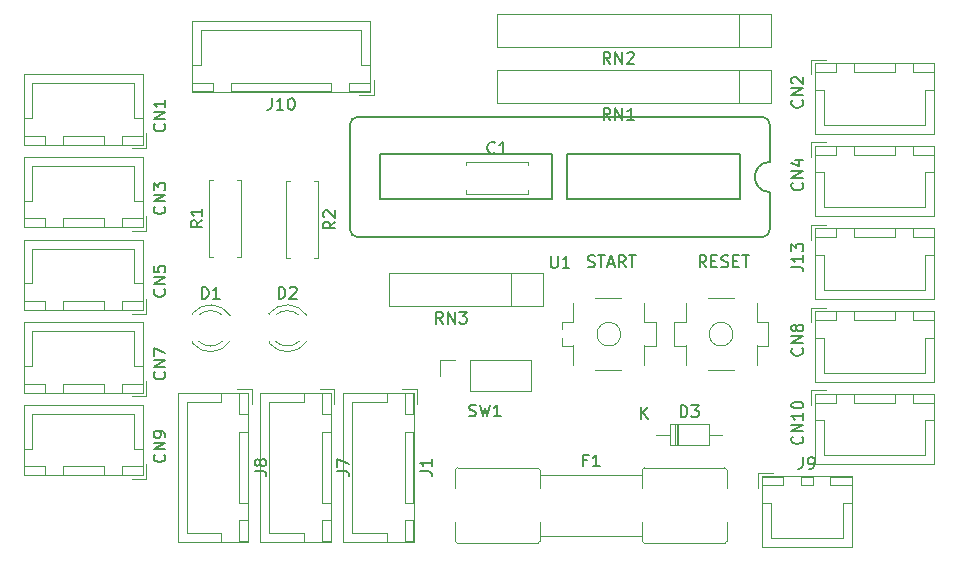
<source format=gto>
G04 #@! TF.GenerationSoftware,KiCad,Pcbnew,(5.1.8)-1*
G04 #@! TF.CreationDate,2021-05-15T21:03:04+09:00*
G04 #@! TF.ProjectId,TJ3B,544a3342-2e6b-4696-9361-645f70636258,rev?*
G04 #@! TF.SameCoordinates,PX68e7780PY660b0c0*
G04 #@! TF.FileFunction,Legend,Top*
G04 #@! TF.FilePolarity,Positive*
%FSLAX46Y46*%
G04 Gerber Fmt 4.6, Leading zero omitted, Abs format (unit mm)*
G04 Created by KiCad (PCBNEW (5.1.8)-1) date 2021-05-15 21:03:04*
%MOMM*%
%LPD*%
G01*
G04 APERTURE LIST*
%ADD10C,0.120000*%
%ADD11C,0.050000*%
%ADD12C,0.150000*%
%ADD13C,2.000000*%
%ADD14C,2.200000*%
%ADD15O,1.900000X1.900000*%
%ADD16O,2.350000X2.100000*%
%ADD17O,2.100000X2.400000*%
%ADD18O,2.100000X2.350000*%
%ADD19O,2.000000X2.000000*%
%ADD20O,2.100000X2.100000*%
%ADD21C,1.924000*%
%ADD22C,1.900000*%
%ADD23C,2.400000*%
G04 APERTURE END LIST*
D10*
X43620000Y30695000D02*
X43620000Y30380000D01*
X43620000Y33120000D02*
X43620000Y32805000D01*
X38380000Y30695000D02*
X38380000Y30380000D01*
X38380000Y33120000D02*
X38380000Y32805000D01*
X38380000Y30380000D02*
X43620000Y30380000D01*
X38380000Y33120000D02*
X43620000Y33120000D01*
X15210000Y17920000D02*
X15210000Y17764000D01*
X15210000Y20236000D02*
X15210000Y20080000D01*
X18442335Y20078608D02*
G75*
G03*
X15210000Y20235516I-1672335J-1078608D01*
G01*
X18442335Y17921392D02*
G75*
G02*
X15210000Y17764484I-1672335J1078608D01*
G01*
X17811130Y20079837D02*
G75*
G03*
X15729039Y20080000I-1041130J-1079837D01*
G01*
X17811130Y17920163D02*
G75*
G02*
X15729039Y17920000I-1041130J1079837D01*
G01*
X21710000Y20236000D02*
X21710000Y20080000D01*
X21710000Y17920000D02*
X21710000Y17764000D01*
X24311130Y17920163D02*
G75*
G02*
X22229039Y17920000I-1041130J1079837D01*
G01*
X24311130Y20079837D02*
G75*
G03*
X22229039Y20080000I-1041130J-1079837D01*
G01*
X24942335Y17921392D02*
G75*
G02*
X21710000Y17764484I-1672335J1078608D01*
G01*
X24942335Y20078608D02*
G75*
G03*
X21710000Y20235516I-1672335J-1078608D01*
G01*
X56126000Y10920000D02*
X56126000Y9080000D01*
X56366000Y10920000D02*
X56366000Y9080000D01*
X56246000Y10920000D02*
X56246000Y9080000D01*
X60130000Y10000000D02*
X58950000Y10000000D01*
X54490000Y10000000D02*
X55670000Y10000000D01*
X58950000Y10920000D02*
X55670000Y10920000D01*
X58950000Y9080000D02*
X58950000Y10920000D01*
X55670000Y9080000D02*
X58950000Y9080000D01*
X55670000Y10920000D02*
X55670000Y9080000D01*
D11*
X44700000Y1400000D02*
X53300000Y1400000D01*
X44700000Y6600000D02*
X53300000Y6600000D01*
X53500000Y800000D02*
X60300000Y800000D01*
X53300000Y2800000D02*
X53300000Y1000000D01*
X60500000Y2800000D02*
X60500000Y1000000D01*
X53500000Y7200000D02*
X60300000Y7200000D01*
X53300000Y5200000D02*
X53300000Y7000000D01*
X60500000Y5200000D02*
X60500000Y7000000D01*
X37700000Y800000D02*
X44500000Y800000D01*
X37700000Y7200000D02*
X44500000Y7200000D01*
X37500000Y2800000D02*
X37500000Y1000000D01*
X37500000Y5200000D02*
X37500000Y7000000D01*
X44700000Y2800000D02*
X44700000Y1000000D01*
X44700000Y5200000D02*
X44700000Y7000000D01*
X44500000Y7200000D02*
G75*
G02*
X44700000Y7000000I0J-200000D01*
G01*
X44700000Y1000000D02*
G75*
G02*
X44500000Y800000I-200000J0D01*
G01*
X37700000Y800000D02*
G75*
G02*
X37500000Y1000000I0J200000D01*
G01*
X37500000Y7000000D02*
G75*
G02*
X37700000Y7200000I200000J0D01*
G01*
X60300000Y7200000D02*
G75*
G02*
X60500000Y7000000I0J-200000D01*
G01*
X53300000Y7000000D02*
G75*
G02*
X53500000Y7200000I200000J0D01*
G01*
X60500000Y1000000D02*
G75*
G02*
X60300000Y800000I-200000J0D01*
G01*
X53500000Y800000D02*
G75*
G02*
X53300000Y1000000I0J200000D01*
G01*
D10*
X33960000Y13560000D02*
X27990000Y13560000D01*
X27990000Y13560000D02*
X27990000Y940000D01*
X27990000Y940000D02*
X33960000Y940000D01*
X33960000Y940000D02*
X33960000Y13560000D01*
X33950000Y10250000D02*
X33200000Y10250000D01*
X33200000Y10250000D02*
X33200000Y4250000D01*
X33200000Y4250000D02*
X33950000Y4250000D01*
X33950000Y4250000D02*
X33950000Y10250000D01*
X33950000Y13550000D02*
X33200000Y13550000D01*
X33200000Y13550000D02*
X33200000Y11750000D01*
X33200000Y11750000D02*
X33950000Y11750000D01*
X33950000Y11750000D02*
X33950000Y13550000D01*
X33950000Y2750000D02*
X33200000Y2750000D01*
X33200000Y2750000D02*
X33200000Y950000D01*
X33200000Y950000D02*
X33950000Y950000D01*
X33950000Y950000D02*
X33950000Y2750000D01*
X31700000Y13550000D02*
X31700000Y12800000D01*
X31700000Y12800000D02*
X28750000Y12800000D01*
X28750000Y12800000D02*
X28750000Y7250000D01*
X31700000Y950000D02*
X31700000Y1700000D01*
X31700000Y1700000D02*
X28750000Y1700000D01*
X28750000Y1700000D02*
X28750000Y7250000D01*
X34250000Y12600000D02*
X34250000Y13850000D01*
X34250000Y13850000D02*
X33000000Y13850000D01*
X27250000Y13850000D02*
X26000000Y13850000D01*
X27250000Y12600000D02*
X27250000Y13850000D01*
X21750000Y1700000D02*
X21750000Y7250000D01*
X24700000Y1700000D02*
X21750000Y1700000D01*
X24700000Y950000D02*
X24700000Y1700000D01*
X21750000Y12800000D02*
X21750000Y7250000D01*
X24700000Y12800000D02*
X21750000Y12800000D01*
X24700000Y13550000D02*
X24700000Y12800000D01*
X26950000Y950000D02*
X26950000Y2750000D01*
X26200000Y950000D02*
X26950000Y950000D01*
X26200000Y2750000D02*
X26200000Y950000D01*
X26950000Y2750000D02*
X26200000Y2750000D01*
X26950000Y11750000D02*
X26950000Y13550000D01*
X26200000Y11750000D02*
X26950000Y11750000D01*
X26200000Y13550000D02*
X26200000Y11750000D01*
X26950000Y13550000D02*
X26200000Y13550000D01*
X26950000Y4250000D02*
X26950000Y10250000D01*
X26200000Y4250000D02*
X26950000Y4250000D01*
X26200000Y10250000D02*
X26200000Y4250000D01*
X26950000Y10250000D02*
X26200000Y10250000D01*
X26960000Y940000D02*
X26960000Y13560000D01*
X20990000Y940000D02*
X26960000Y940000D01*
X20990000Y13560000D02*
X20990000Y940000D01*
X26960000Y13560000D02*
X20990000Y13560000D01*
X20250000Y13850000D02*
X19000000Y13850000D01*
X20250000Y12600000D02*
X20250000Y13850000D01*
X14750000Y1700000D02*
X14750000Y7250000D01*
X17700000Y1700000D02*
X14750000Y1700000D01*
X17700000Y950000D02*
X17700000Y1700000D01*
X14750000Y12800000D02*
X14750000Y7250000D01*
X17700000Y12800000D02*
X14750000Y12800000D01*
X17700000Y13550000D02*
X17700000Y12800000D01*
X19950000Y950000D02*
X19950000Y2750000D01*
X19200000Y950000D02*
X19950000Y950000D01*
X19200000Y2750000D02*
X19200000Y950000D01*
X19950000Y2750000D02*
X19200000Y2750000D01*
X19950000Y11750000D02*
X19950000Y13550000D01*
X19200000Y11750000D02*
X19950000Y11750000D01*
X19200000Y13550000D02*
X19200000Y11750000D01*
X19950000Y13550000D02*
X19200000Y13550000D01*
X19950000Y4250000D02*
X19950000Y10250000D01*
X19200000Y4250000D02*
X19950000Y4250000D01*
X19200000Y10250000D02*
X19200000Y4250000D01*
X19950000Y10250000D02*
X19200000Y10250000D01*
X19960000Y940000D02*
X19960000Y13560000D01*
X13990000Y940000D02*
X19960000Y940000D01*
X13990000Y13560000D02*
X13990000Y940000D01*
X19960000Y13560000D02*
X13990000Y13560000D01*
X63150000Y6750000D02*
X63150000Y5500000D01*
X64400000Y6750000D02*
X63150000Y6750000D01*
X70300000Y1250000D02*
X67250000Y1250000D01*
X70300000Y4200000D02*
X70300000Y1250000D01*
X71050000Y4200000D02*
X70300000Y4200000D01*
X64200000Y1250000D02*
X67250000Y1250000D01*
X64200000Y4200000D02*
X64200000Y1250000D01*
X63450000Y4200000D02*
X64200000Y4200000D01*
X71050000Y6450000D02*
X69250000Y6450000D01*
X71050000Y5700000D02*
X71050000Y6450000D01*
X69250000Y5700000D02*
X71050000Y5700000D01*
X69250000Y6450000D02*
X69250000Y5700000D01*
X65250000Y6450000D02*
X63450000Y6450000D01*
X65250000Y5700000D02*
X65250000Y6450000D01*
X63450000Y5700000D02*
X65250000Y5700000D01*
X63450000Y6450000D02*
X63450000Y5700000D01*
X67750000Y6450000D02*
X66750000Y6450000D01*
X67750000Y5700000D02*
X67750000Y6450000D01*
X66750000Y5700000D02*
X67750000Y5700000D01*
X66750000Y6450000D02*
X66750000Y5700000D01*
X71060000Y6460000D02*
X63440000Y6460000D01*
X71060000Y490000D02*
X71060000Y6460000D01*
X63440000Y490000D02*
X71060000Y490000D01*
X63440000Y6460000D02*
X63440000Y490000D01*
X30600000Y38750000D02*
X30600000Y40000000D01*
X29350000Y38750000D02*
X30600000Y38750000D01*
X15950000Y44250000D02*
X22750000Y44250000D01*
X15950000Y41300000D02*
X15950000Y44250000D01*
X15200000Y41300000D02*
X15950000Y41300000D01*
X29550000Y44250000D02*
X22750000Y44250000D01*
X29550000Y41300000D02*
X29550000Y44250000D01*
X30300000Y41300000D02*
X29550000Y41300000D01*
X15200000Y39050000D02*
X17000000Y39050000D01*
X15200000Y39800000D02*
X15200000Y39050000D01*
X17000000Y39800000D02*
X15200000Y39800000D01*
X17000000Y39050000D02*
X17000000Y39800000D01*
X28500000Y39050000D02*
X30300000Y39050000D01*
X28500000Y39800000D02*
X28500000Y39050000D01*
X30300000Y39800000D02*
X28500000Y39800000D01*
X30300000Y39050000D02*
X30300000Y39800000D01*
X18500000Y39050000D02*
X27000000Y39050000D01*
X18500000Y39800000D02*
X18500000Y39050000D01*
X27000000Y39800000D02*
X18500000Y39800000D01*
X27000000Y39050000D02*
X27000000Y39800000D01*
X15190000Y39040000D02*
X30310000Y39040000D01*
X15190000Y45010000D02*
X15190000Y39040000D01*
X30310000Y45010000D02*
X15190000Y45010000D01*
X30310000Y39040000D02*
X30310000Y45010000D01*
X19370000Y31580000D02*
X19040000Y31580000D01*
X19370000Y25040000D02*
X19370000Y31580000D01*
X19040000Y25040000D02*
X19370000Y25040000D01*
X16630000Y31580000D02*
X16960000Y31580000D01*
X16630000Y25040000D02*
X16630000Y31580000D01*
X16960000Y25040000D02*
X16630000Y25040000D01*
X25540000Y31460000D02*
X25870000Y31460000D01*
X25870000Y31460000D02*
X25870000Y24920000D01*
X25870000Y24920000D02*
X25540000Y24920000D01*
X23460000Y31460000D02*
X23130000Y31460000D01*
X23130000Y31460000D02*
X23130000Y24920000D01*
X23130000Y24920000D02*
X23460000Y24920000D01*
X61480000Y38100000D02*
X61480000Y40900000D01*
X40990000Y38100000D02*
X64190000Y38100000D01*
X40990000Y40900000D02*
X40990000Y38100000D01*
X64190000Y40900000D02*
X40990000Y40900000D01*
X64190000Y38100000D02*
X64190000Y40900000D01*
X64190000Y42850000D02*
X64190000Y45650000D01*
X64190000Y45650000D02*
X40990000Y45650000D01*
X40990000Y45650000D02*
X40990000Y42850000D01*
X40990000Y42850000D02*
X64190000Y42850000D01*
X61480000Y42850000D02*
X61480000Y45650000D01*
X44940000Y20850000D02*
X44940000Y23650000D01*
X44940000Y23650000D02*
X31900000Y23650000D01*
X31900000Y23650000D02*
X31900000Y20850000D01*
X31900000Y20850000D02*
X44940000Y20850000D01*
X42230000Y20850000D02*
X42230000Y23650000D01*
X36170000Y15000000D02*
X36170000Y16330000D01*
X36170000Y16330000D02*
X37500000Y16330000D01*
X38770000Y16330000D02*
X43910000Y16330000D01*
X43910000Y13670000D02*
X43910000Y16330000D01*
X38770000Y13670000D02*
X43910000Y13670000D01*
X38770000Y13670000D02*
X38770000Y16330000D01*
D12*
X45715000Y33715000D02*
X45715000Y29905000D01*
X31110000Y33715000D02*
X45715000Y33715000D01*
X31110000Y29905000D02*
X31110000Y33715000D01*
X45715000Y29905000D02*
X31110000Y29905000D01*
X61590000Y33715000D02*
X61590000Y29905000D01*
X46985000Y33715000D02*
X61590000Y33715000D01*
X46985000Y29905000D02*
X46985000Y33715000D01*
X61590000Y29905000D02*
X46985000Y29905000D01*
X29205000Y26730000D02*
X63495000Y26730000D01*
X63495000Y36890000D02*
X29205000Y36890000D01*
X28570000Y27365000D02*
X28570000Y36255000D01*
X64130000Y33080000D02*
X64130000Y36255000D01*
X64130000Y27365000D02*
X64130000Y30540000D01*
X64130000Y27365000D02*
G75*
G02*
X63495000Y26730000I-635000J0D01*
G01*
X63495000Y36890000D02*
G75*
G02*
X64130000Y36255000I0J-635000D01*
G01*
X28570000Y36255000D02*
G75*
G02*
X29205000Y36890000I635000J0D01*
G01*
X29205000Y26730000D02*
G75*
G02*
X28570000Y27365000I0J635000D01*
G01*
X64130000Y30540000D02*
G75*
G02*
X64130000Y33080000I0J1270000D01*
G01*
D11*
X50500000Y21550000D02*
X49100000Y21550000D01*
X50500000Y21550000D02*
X51900000Y21550000D01*
X50500000Y15450000D02*
X49100000Y15450000D01*
X50500000Y15450000D02*
X51900000Y15450000D01*
X47500000Y19250000D02*
X47500000Y21400000D01*
X47500000Y17750000D02*
X47500000Y15550000D01*
X53500000Y21450000D02*
X53500000Y19250000D01*
X53500000Y17750000D02*
X53500000Y15550000D01*
X46550000Y18500000D02*
X46550000Y19500000D01*
X46550000Y19500000D02*
X47500000Y19500000D01*
X54450000Y18500000D02*
X54450000Y17500000D01*
X54450000Y17500000D02*
X53500000Y17500000D01*
X46550000Y18500000D02*
X46550000Y17500000D01*
X46550000Y17500000D02*
X47500000Y17500000D01*
X54450000Y18500000D02*
X54450000Y19500000D01*
X54450000Y19500000D02*
X53500000Y19500000D01*
X51500000Y18500000D02*
G75*
G03*
X51500000Y18500000I-1000000J0D01*
G01*
X61000000Y18500000D02*
G75*
G03*
X61000000Y18500000I-1000000J0D01*
G01*
X63950000Y19500000D02*
X63000000Y19500000D01*
X63950000Y18500000D02*
X63950000Y19500000D01*
X56050000Y17500000D02*
X57000000Y17500000D01*
X56050000Y18500000D02*
X56050000Y17500000D01*
X63950000Y17500000D02*
X63000000Y17500000D01*
X63950000Y18500000D02*
X63950000Y17500000D01*
X56050000Y19500000D02*
X57000000Y19500000D01*
X56050000Y18500000D02*
X56050000Y19500000D01*
X63000000Y17750000D02*
X63000000Y15550000D01*
X63000000Y21450000D02*
X63000000Y19250000D01*
X57000000Y17750000D02*
X57000000Y15550000D01*
X57000000Y19250000D02*
X57000000Y21400000D01*
X60000000Y15450000D02*
X61400000Y15450000D01*
X60000000Y15450000D02*
X58600000Y15450000D01*
X60000000Y21550000D02*
X61400000Y21550000D01*
X60000000Y21550000D02*
X58600000Y21550000D01*
D10*
X11060000Y34540000D02*
X11060000Y40510000D01*
X11060000Y40510000D02*
X940000Y40510000D01*
X940000Y40510000D02*
X940000Y34540000D01*
X940000Y34540000D02*
X11060000Y34540000D01*
X7750000Y34550000D02*
X7750000Y35300000D01*
X7750000Y35300000D02*
X4250000Y35300000D01*
X4250000Y35300000D02*
X4250000Y34550000D01*
X4250000Y34550000D02*
X7750000Y34550000D01*
X11050000Y34550000D02*
X11050000Y35300000D01*
X11050000Y35300000D02*
X9250000Y35300000D01*
X9250000Y35300000D02*
X9250000Y34550000D01*
X9250000Y34550000D02*
X11050000Y34550000D01*
X2750000Y34550000D02*
X2750000Y35300000D01*
X2750000Y35300000D02*
X950000Y35300000D01*
X950000Y35300000D02*
X950000Y34550000D01*
X950000Y34550000D02*
X2750000Y34550000D01*
X11050000Y36800000D02*
X10300000Y36800000D01*
X10300000Y36800000D02*
X10300000Y39750000D01*
X10300000Y39750000D02*
X6000000Y39750000D01*
X950000Y36800000D02*
X1700000Y36800000D01*
X1700000Y36800000D02*
X1700000Y39750000D01*
X1700000Y39750000D02*
X6000000Y39750000D01*
X10100000Y34250000D02*
X11350000Y34250000D01*
X11350000Y34250000D02*
X11350000Y35500000D01*
X11350000Y27250000D02*
X11350000Y28500000D01*
X10100000Y27250000D02*
X11350000Y27250000D01*
X1700000Y32750000D02*
X6000000Y32750000D01*
X1700000Y29800000D02*
X1700000Y32750000D01*
X950000Y29800000D02*
X1700000Y29800000D01*
X10300000Y32750000D02*
X6000000Y32750000D01*
X10300000Y29800000D02*
X10300000Y32750000D01*
X11050000Y29800000D02*
X10300000Y29800000D01*
X950000Y27550000D02*
X2750000Y27550000D01*
X950000Y28300000D02*
X950000Y27550000D01*
X2750000Y28300000D02*
X950000Y28300000D01*
X2750000Y27550000D02*
X2750000Y28300000D01*
X9250000Y27550000D02*
X11050000Y27550000D01*
X9250000Y28300000D02*
X9250000Y27550000D01*
X11050000Y28300000D02*
X9250000Y28300000D01*
X11050000Y27550000D02*
X11050000Y28300000D01*
X4250000Y27550000D02*
X7750000Y27550000D01*
X4250000Y28300000D02*
X4250000Y27550000D01*
X7750000Y28300000D02*
X4250000Y28300000D01*
X7750000Y27550000D02*
X7750000Y28300000D01*
X940000Y27540000D02*
X11060000Y27540000D01*
X940000Y33510000D02*
X940000Y27540000D01*
X11060000Y33510000D02*
X940000Y33510000D01*
X11060000Y27540000D02*
X11060000Y33510000D01*
X11060000Y20540000D02*
X11060000Y26510000D01*
X11060000Y26510000D02*
X940000Y26510000D01*
X940000Y26510000D02*
X940000Y20540000D01*
X940000Y20540000D02*
X11060000Y20540000D01*
X7750000Y20550000D02*
X7750000Y21300000D01*
X7750000Y21300000D02*
X4250000Y21300000D01*
X4250000Y21300000D02*
X4250000Y20550000D01*
X4250000Y20550000D02*
X7750000Y20550000D01*
X11050000Y20550000D02*
X11050000Y21300000D01*
X11050000Y21300000D02*
X9250000Y21300000D01*
X9250000Y21300000D02*
X9250000Y20550000D01*
X9250000Y20550000D02*
X11050000Y20550000D01*
X2750000Y20550000D02*
X2750000Y21300000D01*
X2750000Y21300000D02*
X950000Y21300000D01*
X950000Y21300000D02*
X950000Y20550000D01*
X950000Y20550000D02*
X2750000Y20550000D01*
X11050000Y22800000D02*
X10300000Y22800000D01*
X10300000Y22800000D02*
X10300000Y25750000D01*
X10300000Y25750000D02*
X6000000Y25750000D01*
X950000Y22800000D02*
X1700000Y22800000D01*
X1700000Y22800000D02*
X1700000Y25750000D01*
X1700000Y25750000D02*
X6000000Y25750000D01*
X10100000Y20250000D02*
X11350000Y20250000D01*
X11350000Y20250000D02*
X11350000Y21500000D01*
X11350000Y13250000D02*
X11350000Y14500000D01*
X10100000Y13250000D02*
X11350000Y13250000D01*
X1700000Y18750000D02*
X6000000Y18750000D01*
X1700000Y15800000D02*
X1700000Y18750000D01*
X950000Y15800000D02*
X1700000Y15800000D01*
X10300000Y18750000D02*
X6000000Y18750000D01*
X10300000Y15800000D02*
X10300000Y18750000D01*
X11050000Y15800000D02*
X10300000Y15800000D01*
X950000Y13550000D02*
X2750000Y13550000D01*
X950000Y14300000D02*
X950000Y13550000D01*
X2750000Y14300000D02*
X950000Y14300000D01*
X2750000Y13550000D02*
X2750000Y14300000D01*
X9250000Y13550000D02*
X11050000Y13550000D01*
X9250000Y14300000D02*
X9250000Y13550000D01*
X11050000Y14300000D02*
X9250000Y14300000D01*
X11050000Y13550000D02*
X11050000Y14300000D01*
X4250000Y13550000D02*
X7750000Y13550000D01*
X4250000Y14300000D02*
X4250000Y13550000D01*
X7750000Y14300000D02*
X4250000Y14300000D01*
X7750000Y13550000D02*
X7750000Y14300000D01*
X940000Y13540000D02*
X11060000Y13540000D01*
X940000Y19510000D02*
X940000Y13540000D01*
X11060000Y19510000D02*
X940000Y19510000D01*
X11060000Y13540000D02*
X11060000Y19510000D01*
X11060000Y6540000D02*
X11060000Y12510000D01*
X11060000Y12510000D02*
X940000Y12510000D01*
X940000Y12510000D02*
X940000Y6540000D01*
X940000Y6540000D02*
X11060000Y6540000D01*
X7750000Y6550000D02*
X7750000Y7300000D01*
X7750000Y7300000D02*
X4250000Y7300000D01*
X4250000Y7300000D02*
X4250000Y6550000D01*
X4250000Y6550000D02*
X7750000Y6550000D01*
X11050000Y6550000D02*
X11050000Y7300000D01*
X11050000Y7300000D02*
X9250000Y7300000D01*
X9250000Y7300000D02*
X9250000Y6550000D01*
X9250000Y6550000D02*
X11050000Y6550000D01*
X2750000Y6550000D02*
X2750000Y7300000D01*
X2750000Y7300000D02*
X950000Y7300000D01*
X950000Y7300000D02*
X950000Y6550000D01*
X950000Y6550000D02*
X2750000Y6550000D01*
X11050000Y8800000D02*
X10300000Y8800000D01*
X10300000Y8800000D02*
X10300000Y11750000D01*
X10300000Y11750000D02*
X6000000Y11750000D01*
X950000Y8800000D02*
X1700000Y8800000D01*
X1700000Y8800000D02*
X1700000Y11750000D01*
X1700000Y11750000D02*
X6000000Y11750000D01*
X10100000Y6250000D02*
X11350000Y6250000D01*
X11350000Y6250000D02*
X11350000Y7500000D01*
X67940000Y41460000D02*
X67940000Y35490000D01*
X67940000Y35490000D02*
X78060000Y35490000D01*
X78060000Y35490000D02*
X78060000Y41460000D01*
X78060000Y41460000D02*
X67940000Y41460000D01*
X71250000Y41450000D02*
X71250000Y40700000D01*
X71250000Y40700000D02*
X74750000Y40700000D01*
X74750000Y40700000D02*
X74750000Y41450000D01*
X74750000Y41450000D02*
X71250000Y41450000D01*
X67950000Y41450000D02*
X67950000Y40700000D01*
X67950000Y40700000D02*
X69750000Y40700000D01*
X69750000Y40700000D02*
X69750000Y41450000D01*
X69750000Y41450000D02*
X67950000Y41450000D01*
X76250000Y41450000D02*
X76250000Y40700000D01*
X76250000Y40700000D02*
X78050000Y40700000D01*
X78050000Y40700000D02*
X78050000Y41450000D01*
X78050000Y41450000D02*
X76250000Y41450000D01*
X67950000Y39200000D02*
X68700000Y39200000D01*
X68700000Y39200000D02*
X68700000Y36250000D01*
X68700000Y36250000D02*
X73000000Y36250000D01*
X78050000Y39200000D02*
X77300000Y39200000D01*
X77300000Y39200000D02*
X77300000Y36250000D01*
X77300000Y36250000D02*
X73000000Y36250000D01*
X68900000Y41750000D02*
X67650000Y41750000D01*
X67650000Y41750000D02*
X67650000Y40500000D01*
X67650000Y34750000D02*
X67650000Y33500000D01*
X68900000Y34750000D02*
X67650000Y34750000D01*
X77300000Y29250000D02*
X73000000Y29250000D01*
X77300000Y32200000D02*
X77300000Y29250000D01*
X78050000Y32200000D02*
X77300000Y32200000D01*
X68700000Y29250000D02*
X73000000Y29250000D01*
X68700000Y32200000D02*
X68700000Y29250000D01*
X67950000Y32200000D02*
X68700000Y32200000D01*
X78050000Y34450000D02*
X76250000Y34450000D01*
X78050000Y33700000D02*
X78050000Y34450000D01*
X76250000Y33700000D02*
X78050000Y33700000D01*
X76250000Y34450000D02*
X76250000Y33700000D01*
X69750000Y34450000D02*
X67950000Y34450000D01*
X69750000Y33700000D02*
X69750000Y34450000D01*
X67950000Y33700000D02*
X69750000Y33700000D01*
X67950000Y34450000D02*
X67950000Y33700000D01*
X74750000Y34450000D02*
X71250000Y34450000D01*
X74750000Y33700000D02*
X74750000Y34450000D01*
X71250000Y33700000D02*
X74750000Y33700000D01*
X71250000Y34450000D02*
X71250000Y33700000D01*
X78060000Y34460000D02*
X67940000Y34460000D01*
X78060000Y28490000D02*
X78060000Y34460000D01*
X67940000Y28490000D02*
X78060000Y28490000D01*
X67940000Y34460000D02*
X67940000Y28490000D01*
X67940000Y27460000D02*
X67940000Y21490000D01*
X67940000Y21490000D02*
X78060000Y21490000D01*
X78060000Y21490000D02*
X78060000Y27460000D01*
X78060000Y27460000D02*
X67940000Y27460000D01*
X71250000Y27450000D02*
X71250000Y26700000D01*
X71250000Y26700000D02*
X74750000Y26700000D01*
X74750000Y26700000D02*
X74750000Y27450000D01*
X74750000Y27450000D02*
X71250000Y27450000D01*
X67950000Y27450000D02*
X67950000Y26700000D01*
X67950000Y26700000D02*
X69750000Y26700000D01*
X69750000Y26700000D02*
X69750000Y27450000D01*
X69750000Y27450000D02*
X67950000Y27450000D01*
X76250000Y27450000D02*
X76250000Y26700000D01*
X76250000Y26700000D02*
X78050000Y26700000D01*
X78050000Y26700000D02*
X78050000Y27450000D01*
X78050000Y27450000D02*
X76250000Y27450000D01*
X67950000Y25200000D02*
X68700000Y25200000D01*
X68700000Y25200000D02*
X68700000Y22250000D01*
X68700000Y22250000D02*
X73000000Y22250000D01*
X78050000Y25200000D02*
X77300000Y25200000D01*
X77300000Y25200000D02*
X77300000Y22250000D01*
X77300000Y22250000D02*
X73000000Y22250000D01*
X68900000Y27750000D02*
X67650000Y27750000D01*
X67650000Y27750000D02*
X67650000Y26500000D01*
X67650000Y20750000D02*
X67650000Y19500000D01*
X68900000Y20750000D02*
X67650000Y20750000D01*
X77300000Y15250000D02*
X73000000Y15250000D01*
X77300000Y18200000D02*
X77300000Y15250000D01*
X78050000Y18200000D02*
X77300000Y18200000D01*
X68700000Y15250000D02*
X73000000Y15250000D01*
X68700000Y18200000D02*
X68700000Y15250000D01*
X67950000Y18200000D02*
X68700000Y18200000D01*
X78050000Y20450000D02*
X76250000Y20450000D01*
X78050000Y19700000D02*
X78050000Y20450000D01*
X76250000Y19700000D02*
X78050000Y19700000D01*
X76250000Y20450000D02*
X76250000Y19700000D01*
X69750000Y20450000D02*
X67950000Y20450000D01*
X69750000Y19700000D02*
X69750000Y20450000D01*
X67950000Y19700000D02*
X69750000Y19700000D01*
X67950000Y20450000D02*
X67950000Y19700000D01*
X74750000Y20450000D02*
X71250000Y20450000D01*
X74750000Y19700000D02*
X74750000Y20450000D01*
X71250000Y19700000D02*
X74750000Y19700000D01*
X71250000Y20450000D02*
X71250000Y19700000D01*
X78060000Y20460000D02*
X67940000Y20460000D01*
X78060000Y14490000D02*
X78060000Y20460000D01*
X67940000Y14490000D02*
X78060000Y14490000D01*
X67940000Y20460000D02*
X67940000Y14490000D01*
X67650000Y13750000D02*
X67650000Y12500000D01*
X68900000Y13750000D02*
X67650000Y13750000D01*
X77300000Y8250000D02*
X73000000Y8250000D01*
X77300000Y11200000D02*
X77300000Y8250000D01*
X78050000Y11200000D02*
X77300000Y11200000D01*
X68700000Y8250000D02*
X73000000Y8250000D01*
X68700000Y11200000D02*
X68700000Y8250000D01*
X67950000Y11200000D02*
X68700000Y11200000D01*
X78050000Y13450000D02*
X76250000Y13450000D01*
X78050000Y12700000D02*
X78050000Y13450000D01*
X76250000Y12700000D02*
X78050000Y12700000D01*
X76250000Y13450000D02*
X76250000Y12700000D01*
X69750000Y13450000D02*
X67950000Y13450000D01*
X69750000Y12700000D02*
X69750000Y13450000D01*
X67950000Y12700000D02*
X69750000Y12700000D01*
X67950000Y13450000D02*
X67950000Y12700000D01*
X74750000Y13450000D02*
X71250000Y13450000D01*
X74750000Y12700000D02*
X74750000Y13450000D01*
X71250000Y12700000D02*
X74750000Y12700000D01*
X71250000Y13450000D02*
X71250000Y12700000D01*
X78060000Y13460000D02*
X67940000Y13460000D01*
X78060000Y7490000D02*
X78060000Y13460000D01*
X67940000Y7490000D02*
X78060000Y7490000D01*
X67940000Y13460000D02*
X67940000Y7490000D01*
D12*
X40833333Y33892858D02*
X40785714Y33845239D01*
X40642857Y33797620D01*
X40547619Y33797620D01*
X40404761Y33845239D01*
X40309523Y33940477D01*
X40261904Y34035715D01*
X40214285Y34226191D01*
X40214285Y34369048D01*
X40261904Y34559524D01*
X40309523Y34654762D01*
X40404761Y34750000D01*
X40547619Y34797620D01*
X40642857Y34797620D01*
X40785714Y34750000D01*
X40833333Y34702381D01*
X41785714Y33797620D02*
X41214285Y33797620D01*
X41500000Y33797620D02*
X41500000Y34797620D01*
X41404761Y34654762D01*
X41309523Y34559524D01*
X41214285Y34511905D01*
X16031904Y21507620D02*
X16031904Y22507620D01*
X16270000Y22507620D01*
X16412857Y22460000D01*
X16508095Y22364762D01*
X16555714Y22269524D01*
X16603333Y22079048D01*
X16603333Y21936191D01*
X16555714Y21745715D01*
X16508095Y21650477D01*
X16412857Y21555239D01*
X16270000Y21507620D01*
X16031904Y21507620D01*
X17555714Y21507620D02*
X16984285Y21507620D01*
X17270000Y21507620D02*
X17270000Y22507620D01*
X17174761Y22364762D01*
X17079523Y22269524D01*
X16984285Y22221905D01*
X22531904Y21507620D02*
X22531904Y22507620D01*
X22770000Y22507620D01*
X22912857Y22460000D01*
X23008095Y22364762D01*
X23055714Y22269524D01*
X23103333Y22079048D01*
X23103333Y21936191D01*
X23055714Y21745715D01*
X23008095Y21650477D01*
X22912857Y21555239D01*
X22770000Y21507620D01*
X22531904Y21507620D01*
X23484285Y22412381D02*
X23531904Y22460000D01*
X23627142Y22507620D01*
X23865238Y22507620D01*
X23960476Y22460000D01*
X24008095Y22412381D01*
X24055714Y22317143D01*
X24055714Y22221905D01*
X24008095Y22079048D01*
X23436666Y21507620D01*
X24055714Y21507620D01*
X56571904Y11467620D02*
X56571904Y12467620D01*
X56810000Y12467620D01*
X56952857Y12420000D01*
X57048095Y12324762D01*
X57095714Y12229524D01*
X57143333Y12039048D01*
X57143333Y11896191D01*
X57095714Y11705715D01*
X57048095Y11610477D01*
X56952857Y11515239D01*
X56810000Y11467620D01*
X56571904Y11467620D01*
X57476666Y12467620D02*
X58095714Y12467620D01*
X57762380Y12086667D01*
X57905238Y12086667D01*
X58000476Y12039048D01*
X58048095Y11991429D01*
X58095714Y11896191D01*
X58095714Y11658096D01*
X58048095Y11562858D01*
X58000476Y11515239D01*
X57905238Y11467620D01*
X57619523Y11467620D01*
X57524285Y11515239D01*
X57476666Y11562858D01*
X53238095Y11297620D02*
X53238095Y12297620D01*
X53809523Y11297620D02*
X53380952Y11869048D01*
X53809523Y12297620D02*
X53238095Y11726191D01*
X48666666Y7831429D02*
X48333333Y7831429D01*
X48333333Y7307620D02*
X48333333Y8307620D01*
X48809523Y8307620D01*
X49714285Y7307620D02*
X49142857Y7307620D01*
X49428571Y7307620D02*
X49428571Y8307620D01*
X49333333Y8164762D01*
X49238095Y8069524D01*
X49142857Y8021905D01*
X34502380Y6916667D02*
X35216666Y6916667D01*
X35359523Y6869048D01*
X35454761Y6773810D01*
X35502380Y6630953D01*
X35502380Y6535715D01*
X35502380Y7916667D02*
X35502380Y7345239D01*
X35502380Y7630953D02*
X34502380Y7630953D01*
X34645238Y7535715D01*
X34740476Y7440477D01*
X34788095Y7345239D01*
X27502380Y6916667D02*
X28216666Y6916667D01*
X28359523Y6869048D01*
X28454761Y6773810D01*
X28502380Y6630953D01*
X28502380Y6535715D01*
X27502380Y7297620D02*
X27502380Y7964286D01*
X28502380Y7535715D01*
X20502380Y6916667D02*
X21216666Y6916667D01*
X21359523Y6869048D01*
X21454761Y6773810D01*
X21502380Y6630953D01*
X21502380Y6535715D01*
X20930952Y7535715D02*
X20883333Y7440477D01*
X20835714Y7392858D01*
X20740476Y7345239D01*
X20692857Y7345239D01*
X20597619Y7392858D01*
X20550000Y7440477D01*
X20502380Y7535715D01*
X20502380Y7726191D01*
X20550000Y7821429D01*
X20597619Y7869048D01*
X20692857Y7916667D01*
X20740476Y7916667D01*
X20835714Y7869048D01*
X20883333Y7821429D01*
X20930952Y7726191D01*
X20930952Y7535715D01*
X20978571Y7440477D01*
X21026190Y7392858D01*
X21121428Y7345239D01*
X21311904Y7345239D01*
X21407142Y7392858D01*
X21454761Y7440477D01*
X21502380Y7535715D01*
X21502380Y7726191D01*
X21454761Y7821429D01*
X21407142Y7869048D01*
X21311904Y7916667D01*
X21121428Y7916667D01*
X21026190Y7869048D01*
X20978571Y7821429D01*
X20930952Y7726191D01*
X66916666Y8097620D02*
X66916666Y7383334D01*
X66869047Y7240477D01*
X66773809Y7145239D01*
X66630952Y7097620D01*
X66535714Y7097620D01*
X67440476Y7097620D02*
X67630952Y7097620D01*
X67726190Y7145239D01*
X67773809Y7192858D01*
X67869047Y7335715D01*
X67916666Y7526191D01*
X67916666Y7907143D01*
X67869047Y8002381D01*
X67821428Y8050000D01*
X67726190Y8097620D01*
X67535714Y8097620D01*
X67440476Y8050000D01*
X67392857Y8002381D01*
X67345238Y7907143D01*
X67345238Y7669048D01*
X67392857Y7573810D01*
X67440476Y7526191D01*
X67535714Y7478572D01*
X67726190Y7478572D01*
X67821428Y7526191D01*
X67869047Y7573810D01*
X67916666Y7669048D01*
X21940476Y38497620D02*
X21940476Y37783334D01*
X21892857Y37640477D01*
X21797619Y37545239D01*
X21654761Y37497620D01*
X21559523Y37497620D01*
X22940476Y37497620D02*
X22369047Y37497620D01*
X22654761Y37497620D02*
X22654761Y38497620D01*
X22559523Y38354762D01*
X22464285Y38259524D01*
X22369047Y38211905D01*
X23559523Y38497620D02*
X23654761Y38497620D01*
X23750000Y38450000D01*
X23797619Y38402381D01*
X23845238Y38307143D01*
X23892857Y38116667D01*
X23892857Y37878572D01*
X23845238Y37688096D01*
X23797619Y37592858D01*
X23750000Y37545239D01*
X23654761Y37497620D01*
X23559523Y37497620D01*
X23464285Y37545239D01*
X23416666Y37592858D01*
X23369047Y37688096D01*
X23321428Y37878572D01*
X23321428Y38116667D01*
X23369047Y38307143D01*
X23416666Y38402381D01*
X23464285Y38450000D01*
X23559523Y38497620D01*
X16082380Y28143334D02*
X15606190Y27810000D01*
X16082380Y27571905D02*
X15082380Y27571905D01*
X15082380Y27952858D01*
X15130000Y28048096D01*
X15177619Y28095715D01*
X15272857Y28143334D01*
X15415714Y28143334D01*
X15510952Y28095715D01*
X15558571Y28048096D01*
X15606190Y27952858D01*
X15606190Y27571905D01*
X16082380Y29095715D02*
X16082380Y28524286D01*
X16082380Y28810000D02*
X15082380Y28810000D01*
X15225238Y28714762D01*
X15320476Y28619524D01*
X15368095Y28524286D01*
X27322380Y28023334D02*
X26846190Y27690000D01*
X27322380Y27451905D02*
X26322380Y27451905D01*
X26322380Y27832858D01*
X26370000Y27928096D01*
X26417619Y27975715D01*
X26512857Y28023334D01*
X26655714Y28023334D01*
X26750952Y27975715D01*
X26798571Y27928096D01*
X26846190Y27832858D01*
X26846190Y27451905D01*
X26417619Y28404286D02*
X26370000Y28451905D01*
X26322380Y28547143D01*
X26322380Y28785239D01*
X26370000Y28880477D01*
X26417619Y28928096D01*
X26512857Y28975715D01*
X26608095Y28975715D01*
X26750952Y28928096D01*
X27322380Y28356667D01*
X27322380Y28975715D01*
X50629523Y36647620D02*
X50296190Y37123810D01*
X50058095Y36647620D02*
X50058095Y37647620D01*
X50439047Y37647620D01*
X50534285Y37600000D01*
X50581904Y37552381D01*
X50629523Y37457143D01*
X50629523Y37314286D01*
X50581904Y37219048D01*
X50534285Y37171429D01*
X50439047Y37123810D01*
X50058095Y37123810D01*
X51058095Y36647620D02*
X51058095Y37647620D01*
X51629523Y36647620D01*
X51629523Y37647620D01*
X52629523Y36647620D02*
X52058095Y36647620D01*
X52343809Y36647620D02*
X52343809Y37647620D01*
X52248571Y37504762D01*
X52153333Y37409524D01*
X52058095Y37361905D01*
X50629523Y41397620D02*
X50296190Y41873810D01*
X50058095Y41397620D02*
X50058095Y42397620D01*
X50439047Y42397620D01*
X50534285Y42350000D01*
X50581904Y42302381D01*
X50629523Y42207143D01*
X50629523Y42064286D01*
X50581904Y41969048D01*
X50534285Y41921429D01*
X50439047Y41873810D01*
X50058095Y41873810D01*
X51058095Y41397620D02*
X51058095Y42397620D01*
X51629523Y41397620D01*
X51629523Y42397620D01*
X52058095Y42302381D02*
X52105714Y42350000D01*
X52200952Y42397620D01*
X52439047Y42397620D01*
X52534285Y42350000D01*
X52581904Y42302381D01*
X52629523Y42207143D01*
X52629523Y42111905D01*
X52581904Y41969048D01*
X52010476Y41397620D01*
X52629523Y41397620D01*
X36459523Y19397620D02*
X36126190Y19873810D01*
X35888095Y19397620D02*
X35888095Y20397620D01*
X36269047Y20397620D01*
X36364285Y20350000D01*
X36411904Y20302381D01*
X36459523Y20207143D01*
X36459523Y20064286D01*
X36411904Y19969048D01*
X36364285Y19921429D01*
X36269047Y19873810D01*
X35888095Y19873810D01*
X36888095Y19397620D02*
X36888095Y20397620D01*
X37459523Y19397620D01*
X37459523Y20397620D01*
X37840476Y20397620D02*
X38459523Y20397620D01*
X38126190Y20016667D01*
X38269047Y20016667D01*
X38364285Y19969048D01*
X38411904Y19921429D01*
X38459523Y19826191D01*
X38459523Y19588096D01*
X38411904Y19492858D01*
X38364285Y19445239D01*
X38269047Y19397620D01*
X37983333Y19397620D01*
X37888095Y19445239D01*
X37840476Y19492858D01*
X38666666Y11595239D02*
X38809523Y11547620D01*
X39047619Y11547620D01*
X39142857Y11595239D01*
X39190476Y11642858D01*
X39238095Y11738096D01*
X39238095Y11833334D01*
X39190476Y11928572D01*
X39142857Y11976191D01*
X39047619Y12023810D01*
X38857142Y12071429D01*
X38761904Y12119048D01*
X38714285Y12166667D01*
X38666666Y12261905D01*
X38666666Y12357143D01*
X38714285Y12452381D01*
X38761904Y12500000D01*
X38857142Y12547620D01*
X39095238Y12547620D01*
X39238095Y12500000D01*
X39571428Y12547620D02*
X39809523Y11547620D01*
X40000000Y12261905D01*
X40190476Y11547620D01*
X40428571Y12547620D01*
X41333333Y11547620D02*
X40761904Y11547620D01*
X41047619Y11547620D02*
X41047619Y12547620D01*
X40952380Y12404762D01*
X40857142Y12309524D01*
X40761904Y12261905D01*
X45588095Y25110620D02*
X45588095Y24301096D01*
X45635714Y24205858D01*
X45683333Y24158239D01*
X45778571Y24110620D01*
X45969047Y24110620D01*
X46064285Y24158239D01*
X46111904Y24205858D01*
X46159523Y24301096D01*
X46159523Y25110620D01*
X47159523Y24110620D02*
X46588095Y24110620D01*
X46873809Y24110620D02*
X46873809Y25110620D01*
X46778571Y24967762D01*
X46683333Y24872524D01*
X46588095Y24824905D01*
X48723809Y24220239D02*
X48866666Y24172620D01*
X49104761Y24172620D01*
X49200000Y24220239D01*
X49247619Y24267858D01*
X49295238Y24363096D01*
X49295238Y24458334D01*
X49247619Y24553572D01*
X49200000Y24601191D01*
X49104761Y24648810D01*
X48914285Y24696429D01*
X48819047Y24744048D01*
X48771428Y24791667D01*
X48723809Y24886905D01*
X48723809Y24982143D01*
X48771428Y25077381D01*
X48819047Y25125000D01*
X48914285Y25172620D01*
X49152380Y25172620D01*
X49295238Y25125000D01*
X49580952Y25172620D02*
X50152380Y25172620D01*
X49866666Y24172620D02*
X49866666Y25172620D01*
X50438095Y24458334D02*
X50914285Y24458334D01*
X50342857Y24172620D02*
X50676190Y25172620D01*
X51009523Y24172620D01*
X51914285Y24172620D02*
X51580952Y24648810D01*
X51342857Y24172620D02*
X51342857Y25172620D01*
X51723809Y25172620D01*
X51819047Y25125000D01*
X51866666Y25077381D01*
X51914285Y24982143D01*
X51914285Y24839286D01*
X51866666Y24744048D01*
X51819047Y24696429D01*
X51723809Y24648810D01*
X51342857Y24648810D01*
X52200000Y25172620D02*
X52771428Y25172620D01*
X52485714Y24172620D02*
X52485714Y25172620D01*
X58747619Y24172620D02*
X58414285Y24648810D01*
X58176190Y24172620D02*
X58176190Y25172620D01*
X58557142Y25172620D01*
X58652380Y25125000D01*
X58700000Y25077381D01*
X58747619Y24982143D01*
X58747619Y24839286D01*
X58700000Y24744048D01*
X58652380Y24696429D01*
X58557142Y24648810D01*
X58176190Y24648810D01*
X59176190Y24696429D02*
X59509523Y24696429D01*
X59652380Y24172620D02*
X59176190Y24172620D01*
X59176190Y25172620D01*
X59652380Y25172620D01*
X60033333Y24220239D02*
X60176190Y24172620D01*
X60414285Y24172620D01*
X60509523Y24220239D01*
X60557142Y24267858D01*
X60604761Y24363096D01*
X60604761Y24458334D01*
X60557142Y24553572D01*
X60509523Y24601191D01*
X60414285Y24648810D01*
X60223809Y24696429D01*
X60128571Y24744048D01*
X60080952Y24791667D01*
X60033333Y24886905D01*
X60033333Y24982143D01*
X60080952Y25077381D01*
X60128571Y25125000D01*
X60223809Y25172620D01*
X60461904Y25172620D01*
X60604761Y25125000D01*
X61033333Y24696429D02*
X61366666Y24696429D01*
X61509523Y24172620D02*
X61033333Y24172620D01*
X61033333Y25172620D01*
X61509523Y25172620D01*
X61795238Y25172620D02*
X62366666Y25172620D01*
X62080952Y24172620D02*
X62080952Y25172620D01*
X12857142Y36309524D02*
X12904761Y36261905D01*
X12952380Y36119048D01*
X12952380Y36023810D01*
X12904761Y35880953D01*
X12809523Y35785715D01*
X12714285Y35738096D01*
X12523809Y35690477D01*
X12380952Y35690477D01*
X12190476Y35738096D01*
X12095238Y35785715D01*
X12000000Y35880953D01*
X11952380Y36023810D01*
X11952380Y36119048D01*
X12000000Y36261905D01*
X12047619Y36309524D01*
X12952380Y36738096D02*
X11952380Y36738096D01*
X12952380Y37309524D01*
X11952380Y37309524D01*
X12952380Y38309524D02*
X12952380Y37738096D01*
X12952380Y38023810D02*
X11952380Y38023810D01*
X12095238Y37928572D01*
X12190476Y37833334D01*
X12238095Y37738096D01*
X12857142Y29309524D02*
X12904761Y29261905D01*
X12952380Y29119048D01*
X12952380Y29023810D01*
X12904761Y28880953D01*
X12809523Y28785715D01*
X12714285Y28738096D01*
X12523809Y28690477D01*
X12380952Y28690477D01*
X12190476Y28738096D01*
X12095238Y28785715D01*
X12000000Y28880953D01*
X11952380Y29023810D01*
X11952380Y29119048D01*
X12000000Y29261905D01*
X12047619Y29309524D01*
X12952380Y29738096D02*
X11952380Y29738096D01*
X12952380Y30309524D01*
X11952380Y30309524D01*
X11952380Y30690477D02*
X11952380Y31309524D01*
X12333333Y30976191D01*
X12333333Y31119048D01*
X12380952Y31214286D01*
X12428571Y31261905D01*
X12523809Y31309524D01*
X12761904Y31309524D01*
X12857142Y31261905D01*
X12904761Y31214286D01*
X12952380Y31119048D01*
X12952380Y30833334D01*
X12904761Y30738096D01*
X12857142Y30690477D01*
X12857142Y22309524D02*
X12904761Y22261905D01*
X12952380Y22119048D01*
X12952380Y22023810D01*
X12904761Y21880953D01*
X12809523Y21785715D01*
X12714285Y21738096D01*
X12523809Y21690477D01*
X12380952Y21690477D01*
X12190476Y21738096D01*
X12095238Y21785715D01*
X12000000Y21880953D01*
X11952380Y22023810D01*
X11952380Y22119048D01*
X12000000Y22261905D01*
X12047619Y22309524D01*
X12952380Y22738096D02*
X11952380Y22738096D01*
X12952380Y23309524D01*
X11952380Y23309524D01*
X11952380Y24261905D02*
X11952380Y23785715D01*
X12428571Y23738096D01*
X12380952Y23785715D01*
X12333333Y23880953D01*
X12333333Y24119048D01*
X12380952Y24214286D01*
X12428571Y24261905D01*
X12523809Y24309524D01*
X12761904Y24309524D01*
X12857142Y24261905D01*
X12904761Y24214286D01*
X12952380Y24119048D01*
X12952380Y23880953D01*
X12904761Y23785715D01*
X12857142Y23738096D01*
X12857142Y15309524D02*
X12904761Y15261905D01*
X12952380Y15119048D01*
X12952380Y15023810D01*
X12904761Y14880953D01*
X12809523Y14785715D01*
X12714285Y14738096D01*
X12523809Y14690477D01*
X12380952Y14690477D01*
X12190476Y14738096D01*
X12095238Y14785715D01*
X12000000Y14880953D01*
X11952380Y15023810D01*
X11952380Y15119048D01*
X12000000Y15261905D01*
X12047619Y15309524D01*
X12952380Y15738096D02*
X11952380Y15738096D01*
X12952380Y16309524D01*
X11952380Y16309524D01*
X11952380Y16690477D02*
X11952380Y17357143D01*
X12952380Y16928572D01*
X12857142Y8309524D02*
X12904761Y8261905D01*
X12952380Y8119048D01*
X12952380Y8023810D01*
X12904761Y7880953D01*
X12809523Y7785715D01*
X12714285Y7738096D01*
X12523809Y7690477D01*
X12380952Y7690477D01*
X12190476Y7738096D01*
X12095238Y7785715D01*
X12000000Y7880953D01*
X11952380Y8023810D01*
X11952380Y8119048D01*
X12000000Y8261905D01*
X12047619Y8309524D01*
X12952380Y8738096D02*
X11952380Y8738096D01*
X12952380Y9309524D01*
X11952380Y9309524D01*
X12952380Y9833334D02*
X12952380Y10023810D01*
X12904761Y10119048D01*
X12857142Y10166667D01*
X12714285Y10261905D01*
X12523809Y10309524D01*
X12142857Y10309524D01*
X12047619Y10261905D01*
X12000000Y10214286D01*
X11952380Y10119048D01*
X11952380Y9928572D01*
X12000000Y9833334D01*
X12047619Y9785715D01*
X12142857Y9738096D01*
X12380952Y9738096D01*
X12476190Y9785715D01*
X12523809Y9833334D01*
X12571428Y9928572D01*
X12571428Y10119048D01*
X12523809Y10214286D01*
X12476190Y10261905D01*
X12380952Y10309524D01*
X66857142Y38309524D02*
X66904761Y38261905D01*
X66952380Y38119048D01*
X66952380Y38023810D01*
X66904761Y37880953D01*
X66809523Y37785715D01*
X66714285Y37738096D01*
X66523809Y37690477D01*
X66380952Y37690477D01*
X66190476Y37738096D01*
X66095238Y37785715D01*
X66000000Y37880953D01*
X65952380Y38023810D01*
X65952380Y38119048D01*
X66000000Y38261905D01*
X66047619Y38309524D01*
X66952380Y38738096D02*
X65952380Y38738096D01*
X66952380Y39309524D01*
X65952380Y39309524D01*
X66047619Y39738096D02*
X66000000Y39785715D01*
X65952380Y39880953D01*
X65952380Y40119048D01*
X66000000Y40214286D01*
X66047619Y40261905D01*
X66142857Y40309524D01*
X66238095Y40309524D01*
X66380952Y40261905D01*
X66952380Y39690477D01*
X66952380Y40309524D01*
X66857142Y31309524D02*
X66904761Y31261905D01*
X66952380Y31119048D01*
X66952380Y31023810D01*
X66904761Y30880953D01*
X66809523Y30785715D01*
X66714285Y30738096D01*
X66523809Y30690477D01*
X66380952Y30690477D01*
X66190476Y30738096D01*
X66095238Y30785715D01*
X66000000Y30880953D01*
X65952380Y31023810D01*
X65952380Y31119048D01*
X66000000Y31261905D01*
X66047619Y31309524D01*
X66952380Y31738096D02*
X65952380Y31738096D01*
X66952380Y32309524D01*
X65952380Y32309524D01*
X66285714Y33214286D02*
X66952380Y33214286D01*
X65904761Y32976191D02*
X66619047Y32738096D01*
X66619047Y33357143D01*
X65952380Y24190477D02*
X66666666Y24190477D01*
X66809523Y24142858D01*
X66904761Y24047620D01*
X66952380Y23904762D01*
X66952380Y23809524D01*
X66952380Y25190477D02*
X66952380Y24619048D01*
X66952380Y24904762D02*
X65952380Y24904762D01*
X66095238Y24809524D01*
X66190476Y24714286D01*
X66238095Y24619048D01*
X65952380Y25523810D02*
X65952380Y26142858D01*
X66333333Y25809524D01*
X66333333Y25952381D01*
X66380952Y26047620D01*
X66428571Y26095239D01*
X66523809Y26142858D01*
X66761904Y26142858D01*
X66857142Y26095239D01*
X66904761Y26047620D01*
X66952380Y25952381D01*
X66952380Y25666667D01*
X66904761Y25571429D01*
X66857142Y25523810D01*
X66857142Y17309524D02*
X66904761Y17261905D01*
X66952380Y17119048D01*
X66952380Y17023810D01*
X66904761Y16880953D01*
X66809523Y16785715D01*
X66714285Y16738096D01*
X66523809Y16690477D01*
X66380952Y16690477D01*
X66190476Y16738096D01*
X66095238Y16785715D01*
X66000000Y16880953D01*
X65952380Y17023810D01*
X65952380Y17119048D01*
X66000000Y17261905D01*
X66047619Y17309524D01*
X66952380Y17738096D02*
X65952380Y17738096D01*
X66952380Y18309524D01*
X65952380Y18309524D01*
X66380952Y18928572D02*
X66333333Y18833334D01*
X66285714Y18785715D01*
X66190476Y18738096D01*
X66142857Y18738096D01*
X66047619Y18785715D01*
X66000000Y18833334D01*
X65952380Y18928572D01*
X65952380Y19119048D01*
X66000000Y19214286D01*
X66047619Y19261905D01*
X66142857Y19309524D01*
X66190476Y19309524D01*
X66285714Y19261905D01*
X66333333Y19214286D01*
X66380952Y19119048D01*
X66380952Y18928572D01*
X66428571Y18833334D01*
X66476190Y18785715D01*
X66571428Y18738096D01*
X66761904Y18738096D01*
X66857142Y18785715D01*
X66904761Y18833334D01*
X66952380Y18928572D01*
X66952380Y19119048D01*
X66904761Y19214286D01*
X66857142Y19261905D01*
X66761904Y19309524D01*
X66571428Y19309524D01*
X66476190Y19261905D01*
X66428571Y19214286D01*
X66380952Y19119048D01*
X66857142Y9833334D02*
X66904761Y9785715D01*
X66952380Y9642858D01*
X66952380Y9547620D01*
X66904761Y9404762D01*
X66809523Y9309524D01*
X66714285Y9261905D01*
X66523809Y9214286D01*
X66380952Y9214286D01*
X66190476Y9261905D01*
X66095238Y9309524D01*
X66000000Y9404762D01*
X65952380Y9547620D01*
X65952380Y9642858D01*
X66000000Y9785715D01*
X66047619Y9833334D01*
X66952380Y10261905D02*
X65952380Y10261905D01*
X66952380Y10833334D01*
X65952380Y10833334D01*
X66952380Y11833334D02*
X66952380Y11261905D01*
X66952380Y11547620D02*
X65952380Y11547620D01*
X66095238Y11452381D01*
X66190476Y11357143D01*
X66238095Y11261905D01*
X65952380Y12452381D02*
X65952380Y12547620D01*
X66000000Y12642858D01*
X66047619Y12690477D01*
X66142857Y12738096D01*
X66333333Y12785715D01*
X66571428Y12785715D01*
X66761904Y12738096D01*
X66857142Y12690477D01*
X66904761Y12642858D01*
X66952380Y12547620D01*
X66952380Y12452381D01*
X66904761Y12357143D01*
X66857142Y12309524D01*
X66761904Y12261905D01*
X66571428Y12214286D01*
X66333333Y12214286D01*
X66142857Y12261905D01*
X66047619Y12309524D01*
X66000000Y12357143D01*
X65952380Y12452381D01*
%LPC*%
D13*
X38500000Y31750000D03*
X43500000Y31750000D03*
G36*
G01*
X14400000Y18100000D02*
X14400000Y19900000D01*
G75*
G02*
X14600000Y20100000I200000J0D01*
G01*
X16400000Y20100000D01*
G75*
G02*
X16600000Y19900000I0J-200000D01*
G01*
X16600000Y18100000D01*
G75*
G02*
X16400000Y17900000I-200000J0D01*
G01*
X14600000Y17900000D01*
G75*
G02*
X14400000Y18100000I0J200000D01*
G01*
G37*
D14*
X18040000Y19000000D03*
X24540000Y19000000D03*
G36*
G01*
X20900000Y18100000D02*
X20900000Y19900000D01*
G75*
G02*
X21100000Y20100000I200000J0D01*
G01*
X22900000Y20100000D01*
G75*
G02*
X23100000Y19900000I0J-200000D01*
G01*
X23100000Y18100000D01*
G75*
G02*
X22900000Y17900000I-200000J0D01*
G01*
X21100000Y17900000D01*
G75*
G02*
X20900000Y18100000I0J200000D01*
G01*
G37*
G36*
G01*
X52550000Y9250000D02*
X52550000Y10750000D01*
G75*
G02*
X52750000Y10950000I200000J0D01*
G01*
X54250000Y10950000D01*
G75*
G02*
X54450000Y10750000I0J-200000D01*
G01*
X54450000Y9250000D01*
G75*
G02*
X54250000Y9050000I-200000J0D01*
G01*
X52750000Y9050000D01*
G75*
G02*
X52550000Y9250000I0J200000D01*
G01*
G37*
D15*
X61120000Y10000000D03*
G36*
G01*
X36200000Y3250000D02*
X36200000Y4750000D01*
G75*
G02*
X36850000Y5400000I650000J0D01*
G01*
X38150000Y5400000D01*
G75*
G02*
X38800000Y4750000I0J-650000D01*
G01*
X38800000Y3250000D01*
G75*
G02*
X38150000Y2600000I-650000J0D01*
G01*
X36850000Y2600000D01*
G75*
G02*
X36200000Y3250000I0J650000D01*
G01*
G37*
G36*
G01*
X43400000Y3250000D02*
X43400000Y4750000D01*
G75*
G02*
X44050000Y5400000I650000J0D01*
G01*
X45350000Y5400000D01*
G75*
G02*
X46000000Y4750000I0J-650000D01*
G01*
X46000000Y3250000D01*
G75*
G02*
X45350000Y2600000I-650000J0D01*
G01*
X44050000Y2600000D01*
G75*
G02*
X43400000Y3250000I0J650000D01*
G01*
G37*
G36*
G01*
X59200000Y3250000D02*
X59200000Y4750000D01*
G75*
G02*
X59850000Y5400000I650000J0D01*
G01*
X61150000Y5400000D01*
G75*
G02*
X61800000Y4750000I0J-650000D01*
G01*
X61800000Y3250000D01*
G75*
G02*
X61150000Y2600000I-650000J0D01*
G01*
X59850000Y2600000D01*
G75*
G02*
X59200000Y3250000I0J650000D01*
G01*
G37*
G36*
G01*
X52000000Y3250000D02*
X52000000Y4750000D01*
G75*
G02*
X52650000Y5400000I650000J0D01*
G01*
X53950000Y5400000D01*
G75*
G02*
X54600000Y4750000I0J-650000D01*
G01*
X54600000Y3250000D01*
G75*
G02*
X53950000Y2600000I-650000J0D01*
G01*
X52650000Y2600000D01*
G75*
G02*
X52000000Y3250000I0J650000D01*
G01*
G37*
D16*
X31500000Y3500000D03*
X31500000Y6000000D03*
X31500000Y8500000D03*
G36*
G01*
X30525000Y12050000D02*
X32475000Y12050000D01*
G75*
G02*
X32675000Y11850000I0J-200000D01*
G01*
X32675000Y10150000D01*
G75*
G02*
X32475000Y9950000I-200000J0D01*
G01*
X30525000Y9950000D01*
G75*
G02*
X30325000Y10150000I0J200000D01*
G01*
X30325000Y11850000D01*
G75*
G02*
X30525000Y12050000I200000J0D01*
G01*
G37*
G36*
G01*
X23525000Y12050000D02*
X25475000Y12050000D01*
G75*
G02*
X25675000Y11850000I0J-200000D01*
G01*
X25675000Y10150000D01*
G75*
G02*
X25475000Y9950000I-200000J0D01*
G01*
X23525000Y9950000D01*
G75*
G02*
X23325000Y10150000I0J200000D01*
G01*
X23325000Y11850000D01*
G75*
G02*
X23525000Y12050000I200000J0D01*
G01*
G37*
X24500000Y8500000D03*
X24500000Y6000000D03*
X24500000Y3500000D03*
G36*
G01*
X16525000Y12050000D02*
X18475000Y12050000D01*
G75*
G02*
X18675000Y11850000I0J-200000D01*
G01*
X18675000Y10150000D01*
G75*
G02*
X18475000Y9950000I-200000J0D01*
G01*
X16525000Y9950000D01*
G75*
G02*
X16325000Y10150000I0J200000D01*
G01*
X16325000Y11850000D01*
G75*
G02*
X16525000Y12050000I200000J0D01*
G01*
G37*
X17500000Y8500000D03*
X17500000Y6000000D03*
X17500000Y3500000D03*
G36*
G01*
X64950000Y3000000D02*
X64950000Y5000000D01*
G75*
G02*
X65150000Y5200000I200000J0D01*
G01*
X66850000Y5200000D01*
G75*
G02*
X67050000Y5000000I0J-200000D01*
G01*
X67050000Y3000000D01*
G75*
G02*
X66850000Y2800000I-200000J0D01*
G01*
X65150000Y2800000D01*
G75*
G02*
X64950000Y3000000I0J200000D01*
G01*
G37*
D17*
X68500000Y4000000D03*
G36*
G01*
X28800000Y42475000D02*
X28800000Y40525000D01*
G75*
G02*
X28600000Y40325000I-200000J0D01*
G01*
X26900000Y40325000D01*
G75*
G02*
X26700000Y40525000I0J200000D01*
G01*
X26700000Y42475000D01*
G75*
G02*
X26900000Y42675000I200000J0D01*
G01*
X28600000Y42675000D01*
G75*
G02*
X28800000Y42475000I0J-200000D01*
G01*
G37*
D18*
X25250000Y41500000D03*
X22750000Y41500000D03*
X20250000Y41500000D03*
X17750000Y41500000D03*
D13*
X18000000Y24500000D03*
D19*
X18000000Y32120000D03*
X24500000Y24380000D03*
D13*
X24500000Y32000000D03*
G36*
G01*
X63750000Y40300000D02*
X63750000Y38700000D01*
G75*
G02*
X63550000Y38500000I-200000J0D01*
G01*
X61950000Y38500000D01*
G75*
G02*
X61750000Y38700000I0J200000D01*
G01*
X61750000Y40300000D01*
G75*
G02*
X61950000Y40500000I200000J0D01*
G01*
X63550000Y40500000D01*
G75*
G02*
X63750000Y40300000I0J-200000D01*
G01*
G37*
D19*
X60210000Y39500000D03*
X57670000Y39500000D03*
X55130000Y39500000D03*
X52590000Y39500000D03*
X50050000Y39500000D03*
X47510000Y39500000D03*
X44970000Y39500000D03*
X42430000Y39500000D03*
X42430000Y44250000D03*
X44970000Y44250000D03*
X47510000Y44250000D03*
X50050000Y44250000D03*
X52590000Y44250000D03*
X55130000Y44250000D03*
X57670000Y44250000D03*
X60210000Y44250000D03*
G36*
G01*
X63750000Y45050000D02*
X63750000Y43450000D01*
G75*
G02*
X63550000Y43250000I-200000J0D01*
G01*
X61950000Y43250000D01*
G75*
G02*
X61750000Y43450000I0J200000D01*
G01*
X61750000Y45050000D01*
G75*
G02*
X61950000Y45250000I200000J0D01*
G01*
X63550000Y45250000D01*
G75*
G02*
X63750000Y45050000I0J-200000D01*
G01*
G37*
X33340000Y22250000D03*
X35880000Y22250000D03*
X38420000Y22250000D03*
X40960000Y22250000D03*
G36*
G01*
X44500000Y23050000D02*
X44500000Y21450000D01*
G75*
G02*
X44300000Y21250000I-200000J0D01*
G01*
X42700000Y21250000D01*
G75*
G02*
X42500000Y21450000I0J200000D01*
G01*
X42500000Y23050000D01*
G75*
G02*
X42700000Y23250000I200000J0D01*
G01*
X44300000Y23250000D01*
G75*
G02*
X44500000Y23050000I0J-200000D01*
G01*
G37*
G36*
G01*
X38350000Y13950000D02*
X36650000Y13950000D01*
G75*
G02*
X36450000Y14150000I0J200000D01*
G01*
X36450000Y15850000D01*
G75*
G02*
X36650000Y16050000I200000J0D01*
G01*
X38350000Y16050000D01*
G75*
G02*
X38550000Y15850000I0J-200000D01*
G01*
X38550000Y14150000D01*
G75*
G02*
X38350000Y13950000I-200000J0D01*
G01*
G37*
D20*
X40040000Y15000000D03*
X42580000Y15000000D03*
D21*
X47620000Y35620000D03*
X47620000Y28000000D03*
X50160000Y28000000D03*
X52700000Y28000000D03*
X55240000Y28000000D03*
X57780000Y28000000D03*
X60320000Y28000000D03*
X60320000Y35620000D03*
X57780000Y35620000D03*
X55240000Y35620000D03*
X52700000Y35620000D03*
X50160000Y35620000D03*
X45080000Y28000000D03*
X42540000Y28000000D03*
X40000000Y28000000D03*
X37460000Y28000000D03*
X34920000Y28000000D03*
X32380000Y28000000D03*
X32380000Y35620000D03*
X34920000Y35620000D03*
X37460000Y35620000D03*
X40000000Y35620000D03*
X42540000Y35620000D03*
X45080000Y35620000D03*
X62860000Y28000000D03*
X62860000Y35620000D03*
X29840000Y28000000D03*
X29840000Y35620000D03*
D22*
X53500000Y18500000D03*
X47500000Y18500000D03*
D23*
X48250000Y22100000D03*
X52750000Y22100000D03*
X48250000Y14900000D03*
X52750000Y14900000D03*
X62250000Y14900000D03*
X57750000Y14900000D03*
X62250000Y22100000D03*
X57750000Y22100000D03*
D22*
X57000000Y18500000D03*
X63000000Y18500000D03*
D18*
X3500000Y37000000D03*
X6000000Y37000000D03*
G36*
G01*
X9550000Y37975000D02*
X9550000Y36025000D01*
G75*
G02*
X9350000Y35825000I-200000J0D01*
G01*
X7650000Y35825000D01*
G75*
G02*
X7450000Y36025000I0J200000D01*
G01*
X7450000Y37975000D01*
G75*
G02*
X7650000Y38175000I200000J0D01*
G01*
X9350000Y38175000D01*
G75*
G02*
X9550000Y37975000I0J-200000D01*
G01*
G37*
G36*
G01*
X9550000Y30975000D02*
X9550000Y29025000D01*
G75*
G02*
X9350000Y28825000I-200000J0D01*
G01*
X7650000Y28825000D01*
G75*
G02*
X7450000Y29025000I0J200000D01*
G01*
X7450000Y30975000D01*
G75*
G02*
X7650000Y31175000I200000J0D01*
G01*
X9350000Y31175000D01*
G75*
G02*
X9550000Y30975000I0J-200000D01*
G01*
G37*
X6000000Y30000000D03*
X3500000Y30000000D03*
X3500000Y23000000D03*
X6000000Y23000000D03*
G36*
G01*
X9550000Y23975000D02*
X9550000Y22025000D01*
G75*
G02*
X9350000Y21825000I-200000J0D01*
G01*
X7650000Y21825000D01*
G75*
G02*
X7450000Y22025000I0J200000D01*
G01*
X7450000Y23975000D01*
G75*
G02*
X7650000Y24175000I200000J0D01*
G01*
X9350000Y24175000D01*
G75*
G02*
X9550000Y23975000I0J-200000D01*
G01*
G37*
G36*
G01*
X9550000Y16975000D02*
X9550000Y15025000D01*
G75*
G02*
X9350000Y14825000I-200000J0D01*
G01*
X7650000Y14825000D01*
G75*
G02*
X7450000Y15025000I0J200000D01*
G01*
X7450000Y16975000D01*
G75*
G02*
X7650000Y17175000I200000J0D01*
G01*
X9350000Y17175000D01*
G75*
G02*
X9550000Y16975000I0J-200000D01*
G01*
G37*
X6000000Y16000000D03*
X3500000Y16000000D03*
X3500000Y9000000D03*
X6000000Y9000000D03*
G36*
G01*
X9550000Y9975000D02*
X9550000Y8025000D01*
G75*
G02*
X9350000Y7825000I-200000J0D01*
G01*
X7650000Y7825000D01*
G75*
G02*
X7450000Y8025000I0J200000D01*
G01*
X7450000Y9975000D01*
G75*
G02*
X7650000Y10175000I200000J0D01*
G01*
X9350000Y10175000D01*
G75*
G02*
X9550000Y9975000I0J-200000D01*
G01*
G37*
X75500000Y39000000D03*
X73000000Y39000000D03*
G36*
G01*
X69450000Y38025000D02*
X69450000Y39975000D01*
G75*
G02*
X69650000Y40175000I200000J0D01*
G01*
X71350000Y40175000D01*
G75*
G02*
X71550000Y39975000I0J-200000D01*
G01*
X71550000Y38025000D01*
G75*
G02*
X71350000Y37825000I-200000J0D01*
G01*
X69650000Y37825000D01*
G75*
G02*
X69450000Y38025000I0J200000D01*
G01*
G37*
G36*
G01*
X69450000Y31025000D02*
X69450000Y32975000D01*
G75*
G02*
X69650000Y33175000I200000J0D01*
G01*
X71350000Y33175000D01*
G75*
G02*
X71550000Y32975000I0J-200000D01*
G01*
X71550000Y31025000D01*
G75*
G02*
X71350000Y30825000I-200000J0D01*
G01*
X69650000Y30825000D01*
G75*
G02*
X69450000Y31025000I0J200000D01*
G01*
G37*
X73000000Y32000000D03*
X75500000Y32000000D03*
X75500000Y25000000D03*
X73000000Y25000000D03*
G36*
G01*
X69450000Y24025000D02*
X69450000Y25975000D01*
G75*
G02*
X69650000Y26175000I200000J0D01*
G01*
X71350000Y26175000D01*
G75*
G02*
X71550000Y25975000I0J-200000D01*
G01*
X71550000Y24025000D01*
G75*
G02*
X71350000Y23825000I-200000J0D01*
G01*
X69650000Y23825000D01*
G75*
G02*
X69450000Y24025000I0J200000D01*
G01*
G37*
G36*
G01*
X69450000Y17025000D02*
X69450000Y18975000D01*
G75*
G02*
X69650000Y19175000I200000J0D01*
G01*
X71350000Y19175000D01*
G75*
G02*
X71550000Y18975000I0J-200000D01*
G01*
X71550000Y17025000D01*
G75*
G02*
X71350000Y16825000I-200000J0D01*
G01*
X69650000Y16825000D01*
G75*
G02*
X69450000Y17025000I0J200000D01*
G01*
G37*
X73000000Y18000000D03*
X75500000Y18000000D03*
G36*
G01*
X69450000Y10025000D02*
X69450000Y11975000D01*
G75*
G02*
X69650000Y12175000I200000J0D01*
G01*
X71350000Y12175000D01*
G75*
G02*
X71550000Y11975000I0J-200000D01*
G01*
X71550000Y10025000D01*
G75*
G02*
X71350000Y9825000I-200000J0D01*
G01*
X69650000Y9825000D01*
G75*
G02*
X69450000Y10025000I0J200000D01*
G01*
G37*
X73000000Y11000000D03*
X75500000Y11000000D03*
M02*

</source>
